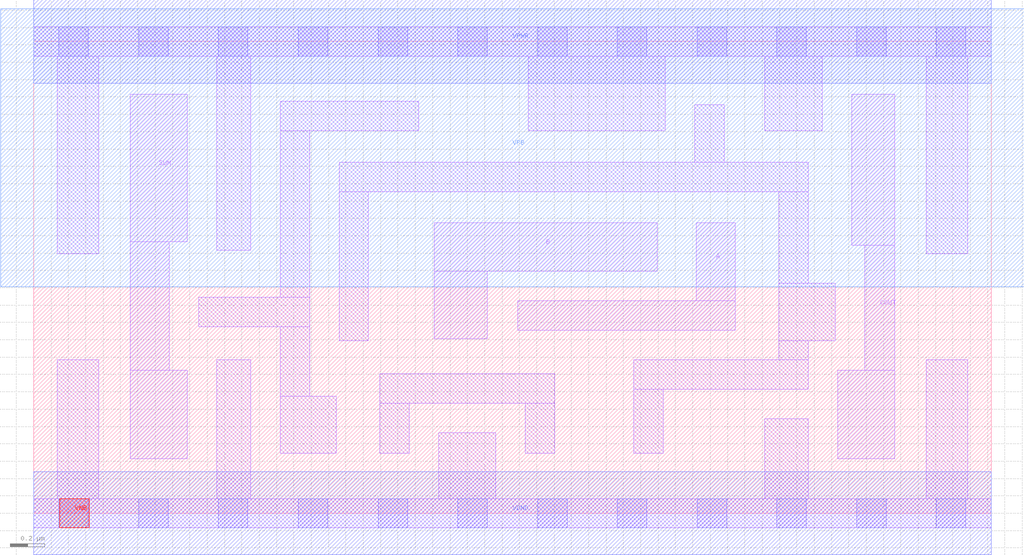
<source format=lef>
# Copyright 2020 The SkyWater PDK Authors
#
# Licensed under the Apache License, Version 2.0 (the "License");
# you may not use this file except in compliance with the License.
# You may obtain a copy of the License at
#
#     https://www.apache.org/licenses/LICENSE-2.0
#
# Unless required by applicable law or agreed to in writing, software
# distributed under the License is distributed on an "AS IS" BASIS,
# WITHOUT WARRANTIES OR CONDITIONS OF ANY KIND, either express or implied.
# See the License for the specific language governing permissions and
# limitations under the License.
#
# SPDX-License-Identifier: Apache-2.0

VERSION 5.7 ;
  NOWIREEXTENSIONATPIN ON ;
  DIVIDERCHAR "/" ;
  BUSBITCHARS "[]" ;
MACRO sky130_fd_sc_hd__ha_2
  CLASS CORE ;
  FOREIGN sky130_fd_sc_hd__ha_2 ;
  ORIGIN  0.000000  0.000000 ;
  SIZE  5.520000 BY  2.720000 ;
  SYMMETRY X Y R90 ;
  SITE unithd ;
  PIN A
    ANTENNAGATEAREA  0.318000 ;
    DIRECTION INPUT ;
    USE SIGNAL ;
    PORT
      LAYER li1 ;
        RECT 2.790000 1.055000 4.045000 1.225000 ;
        RECT 3.820000 1.225000 4.045000 1.675000 ;
    END
  END A
  PIN B
    ANTENNAGATEAREA  0.318000 ;
    DIRECTION INPUT ;
    USE SIGNAL ;
    PORT
      LAYER li1 ;
        RECT 2.310000 1.005000 2.615000 1.395000 ;
        RECT 2.310000 1.395000 3.595000 1.675000 ;
    END
  END B
  PIN COUT
    ANTENNADIFFAREA  0.511500 ;
    DIRECTION OUTPUT ;
    USE SIGNAL ;
    PORT
      LAYER li1 ;
        RECT 4.635000 0.315000 4.965000 0.825000 ;
        RECT 4.715000 1.545000 4.965000 2.415000 ;
        RECT 4.790000 0.825000 4.965000 1.545000 ;
    END
  END COUT
  PIN SUM
    ANTENNADIFFAREA  0.511500 ;
    DIRECTION OUTPUT ;
    USE SIGNAL ;
    PORT
      LAYER li1 ;
        RECT 0.555000 0.315000 0.885000 0.825000 ;
        RECT 0.555000 0.825000 0.780000 1.565000 ;
        RECT 0.555000 1.565000 0.885000 2.415000 ;
    END
  END SUM
  PIN VGND
    DIRECTION INOUT ;
    SHAPE ABUTMENT ;
    USE GROUND ;
    PORT
      LAYER met1 ;
        RECT 0.000000 -0.240000 5.520000 0.240000 ;
    END
  END VGND
  PIN VNB
    DIRECTION INOUT ;
    USE GROUND ;
    PORT
      LAYER pwell ;
        RECT 0.150000 -0.085000 0.320000 0.085000 ;
    END
  END VNB
  PIN VPB
    DIRECTION INOUT ;
    USE POWER ;
    PORT
      LAYER nwell ;
        RECT -0.190000 1.305000 5.710000 2.910000 ;
    END
  END VPB
  PIN VPWR
    DIRECTION INOUT ;
    SHAPE ABUTMENT ;
    USE POWER ;
    PORT
      LAYER met1 ;
        RECT 0.000000 2.480000 5.520000 2.960000 ;
    END
  END VPWR
  OBS
    LAYER li1 ;
      RECT 0.000000 -0.085000 5.520000 0.085000 ;
      RECT 0.000000  2.635000 5.520000 2.805000 ;
      RECT 0.135000  0.085000 0.375000 0.885000 ;
      RECT 0.135000  1.495000 0.375000 2.635000 ;
      RECT 0.950000  1.075000 1.590000 1.245000 ;
      RECT 1.055000  0.085000 1.250000 0.885000 ;
      RECT 1.055000  1.515000 1.250000 2.635000 ;
      RECT 1.420000  0.345000 1.745000 0.675000 ;
      RECT 1.420000  0.675000 1.590000 1.075000 ;
      RECT 1.420000  1.245000 1.590000 2.205000 ;
      RECT 1.420000  2.205000 2.220000 2.375000 ;
      RECT 1.760000  0.995000 1.930000 1.855000 ;
      RECT 1.760000  1.855000 4.465000 2.025000 ;
      RECT 1.995000  0.345000 2.165000 0.635000 ;
      RECT 1.995000  0.635000 3.005000 0.805000 ;
      RECT 2.335000  0.085000 2.665000 0.465000 ;
      RECT 2.835000  0.345000 3.005000 0.635000 ;
      RECT 2.850000  2.205000 3.640000 2.635000 ;
      RECT 3.460000  0.345000 3.630000 0.715000 ;
      RECT 3.460000  0.715000 4.465000 0.885000 ;
      RECT 3.810000  2.025000 3.980000 2.355000 ;
      RECT 4.215000  0.085000 4.465000 0.545000 ;
      RECT 4.215000  2.205000 4.545000 2.635000 ;
      RECT 4.295000  0.885000 4.465000 0.995000 ;
      RECT 4.295000  0.995000 4.620000 1.325000 ;
      RECT 4.295000  1.325000 4.465000 1.855000 ;
      RECT 5.145000  0.085000 5.385000 0.885000 ;
      RECT 5.145000  1.495000 5.385000 2.635000 ;
    LAYER mcon ;
      RECT 0.145000 -0.085000 0.315000 0.085000 ;
      RECT 0.145000  2.635000 0.315000 2.805000 ;
      RECT 0.605000 -0.085000 0.775000 0.085000 ;
      RECT 0.605000  2.635000 0.775000 2.805000 ;
      RECT 1.065000 -0.085000 1.235000 0.085000 ;
      RECT 1.065000  2.635000 1.235000 2.805000 ;
      RECT 1.525000 -0.085000 1.695000 0.085000 ;
      RECT 1.525000  2.635000 1.695000 2.805000 ;
      RECT 1.985000 -0.085000 2.155000 0.085000 ;
      RECT 1.985000  2.635000 2.155000 2.805000 ;
      RECT 2.445000 -0.085000 2.615000 0.085000 ;
      RECT 2.445000  2.635000 2.615000 2.805000 ;
      RECT 2.905000 -0.085000 3.075000 0.085000 ;
      RECT 2.905000  2.635000 3.075000 2.805000 ;
      RECT 3.365000 -0.085000 3.535000 0.085000 ;
      RECT 3.365000  2.635000 3.535000 2.805000 ;
      RECT 3.825000 -0.085000 3.995000 0.085000 ;
      RECT 3.825000  2.635000 3.995000 2.805000 ;
      RECT 4.285000 -0.085000 4.455000 0.085000 ;
      RECT 4.285000  2.635000 4.455000 2.805000 ;
      RECT 4.745000 -0.085000 4.915000 0.085000 ;
      RECT 4.745000  2.635000 4.915000 2.805000 ;
      RECT 5.205000 -0.085000 5.375000 0.085000 ;
      RECT 5.205000  2.635000 5.375000 2.805000 ;
  END
END sky130_fd_sc_hd__ha_2
END LIBRARY

</source>
